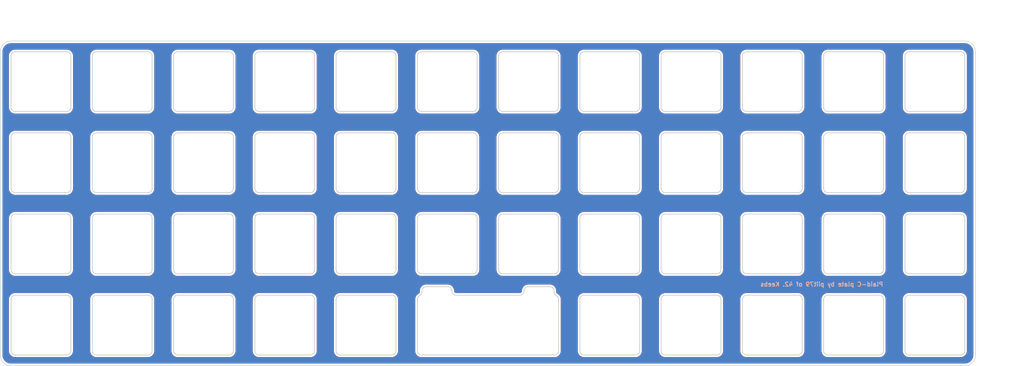
<source format=kicad_pcb>
(kicad_pcb (version 20211014) (generator pcbnew)
  (layers (0 "F.Cu" signal) (31 "B.Cu" signal) (34 "B.Paste" user) (35 "F.Paste" user) (36 "B.SilkS" user "B.Silkscreen") (37 "F.SilkS" user "F.Silkscreen") (38 "B.Mask" user) (39 "F.Mask" user) (44 "Edge.Cuts" user))
  (net 0 "")
  (gr_arc (start 36.625 132.76) (mid 34.857233 132.027767) (end 34.125 130.26) (layer "Edge.Cuts") (width 0.15))
  (gr_arc (start 34.125 59.26) (mid 34.857233 57.492233) (end 36.625 56.76) (layer "Edge.Cuts") (width 0.15))
  (gr_arc (start 259.625 56.76) (mid 261.392767 57.492233) (end 262.125 59.26) (layer "Edge.Cuts") (width 0.15))
  (gr_line (start 37.6246 59.251) (end 49.6246 59.251) (layer "Edge.Cuts") (width 0.2))
  (gr_line (start 74.6246 91.251) (end 74.6246 79.251) (layer "Edge.Cuts") (width 0.2))
  (gr_line (start 207.6246 72.251) (end 207.6246 60.251) (layer "Edge.Cuts") (width 0.2))
  (gr_arc (start 131.6246 98.251) (mid 131.917493 97.543893) (end 132.6246 97.251) (layer "Edge.Cuts") (width 0.2))
  (gr_arc (start 94.6246 130.251) (mid 93.917493 129.958107) (end 93.6246 129.251) (layer "Edge.Cuts") (width 0.2))
  (gr_arc (start 239.6246 97.251) (mid 240.3317 97.543896) (end 240.6246 98.251) (layer "Edge.Cuts") (width 0.2))
  (gr_arc (start 202.6246 129.251) (mid 202.331705 129.958105) (end 201.6246 130.251) (layer "Edge.Cuts") (width 0.2))
  (gr_arc (start 49.6246 116.251) (mid 50.3317 116.543896) (end 50.6246 117.251) (layer "Edge.Cuts") (width 0.2))
  (gr_arc (start 183.6246 129.251) (mid 183.331705 129.958105) (end 182.6246 130.251) (layer "Edge.Cuts") (width 0.2))
  (gr_line (start 87.6246 92.251) (end 75.6246 92.251) (layer "Edge.Cuts") (width 0.2))
  (gr_arc (start 170.6246 92.251) (mid 169.917493 91.958107) (end 169.6246 91.251) (layer "Edge.Cuts") (width 0.2))
  (gr_arc (start 182.6246 78.251) (mid 183.3317 78.543896) (end 183.6246 79.251) (layer "Edge.Cuts") (width 0.2))
  (gr_line (start 36.6246 72.251) (end 36.6246 60.251) (layer "Edge.Cuts") (width 0.2))
  (gr_arc (start 126.6246 72.251) (mid 126.331705 72.958105) (end 125.6246 73.251) (layer "Edge.Cuts") (width 0.2))
  (gr_arc (start 258.6246 59.251) (mid 259.3317 59.543896) (end 259.6246 60.251) (layer "Edge.Cuts") (width 0.2))
  (gr_line (start 239.6246 73.251) (end 227.6246 73.251) (layer "Edge.Cuts") (width 0.2))
  (gr_line (start 56.6246 78.251) (end 68.6246 78.251) (layer "Edge.Cuts") (width 0.2))
  (gr_arc (start 132.71166 115.480514) (mid 132.565056 116.001823) (end 132.16816 116.370237) (layer "Edge.Cuts") (width 0.2))
  (gr_arc (start 36.6246 98.251) (mid 36.917493 97.543893) (end 37.6246 97.251) (layer "Edge.Cuts") (width 0.2))
  (gr_arc (start 49.6246 59.251) (mid 50.3317 59.543896) (end 50.6246 60.251) (layer "Edge.Cuts") (width 0.2))
  (gr_line (start 36.6246 129.251) (end 36.6246 117.251) (layer "Edge.Cuts") (width 0.2))
  (gr_line (start 106.6246 92.251) (end 94.6246 92.251) (layer "Edge.Cuts") (width 0.2))
  (gr_line (start 107.6246 60.251) (end 107.6246 72.251) (layer "Edge.Cuts") (width 0.2))
  (gr_line (start 55.6246 91.251) (end 55.6246 79.251) (layer "Edge.Cuts") (width 0.2))
  (gr_arc (start 36.6246 117.251) (mid 36.917493 116.543893) (end 37.6246 116.251) (layer "Edge.Cuts") (width 0.2))
  (gr_arc (start 106.6246 59.251) (mid 107.3317 59.543896) (end 107.6246 60.251) (layer "Edge.Cuts") (width 0.2))
  (gr_line (start 188.6246 91.251) (end 188.6246 79.251) (layer "Edge.Cuts") (width 0.2))
  (gr_line (start 182.6246 111.251) (end 170.6246 111.251) (layer "Edge.Cuts") (width 0.2))
  (gr_line (start 164.67466 117.25996) (end 164.67466 129.25996) (layer "Edge.Cuts") (width 0.2))
  (gr_arc (start 132.62466 130.25996) (mid 131.917553 129.967067) (end 131.62466 129.25996) (layer "Edge.Cuts") (width 0.2))
  (gr_arc (start 227.6246 92.251) (mid 226.917493 91.958107) (end 226.6246 91.251) (layer "Edge.Cuts") (width 0.2))
  (gr_line (start 262.125 59.26) (end 262.125 130.26) (layer "Edge.Cuts") (width 0.15))
  (gr_arc (start 221.6246 91.251) (mid 221.331705 91.958105) (end 220.6246 92.251) (layer "Edge.Cuts") (width 0.2))
  (gr_line (start 189.6246 116.251) (end 201.6246 116.251) (layer "Edge.Cuts") (width 0.2))
  (gr_arc (start 208.6246 73.251) (mid 207.917493 72.958107) (end 207.6246 72.251) (layer "Edge.Cuts") (width 0.2))
  (gr_line (start 183.6246 79.251) (end 183.6246 91.251) (layer "Edge.Cuts") (width 0.2))
  (gr_arc (start 220.6246 78.251) (mid 221.3317 78.543896) (end 221.6246 79.251) (layer "Edge.Cuts") (width 0.2))
  (gr_line (start 157.58766 114.25996) (end 162.58766 114.25996) (layer "Edge.Cuts") (width 0.2))
  (gr_line (start 150.6246 91.251) (end 150.6246 79.251) (layer "Edge.Cuts") (width 0.2))
  (gr_arc (start 246.6246 130.251) (mid 245.917493 129.958107) (end 245.6246 129.251) (layer "Edge.Cuts") (width 0.2))
  (gr_arc (start 164.6246 110.251) (mid 164.331705 110.958105) (end 163.6246 111.251) (layer "Edge.Cuts") (width 0.2))
  (gr_arc (start 189.6246 73.251) (mid 188.917493 72.958107) (end 188.6246 72.251) (layer "Edge.Cuts") (width 0.2))
  (gr_arc (start 246.6246 111.251) (mid 245.917493 110.958107) (end 245.6246 110.251) (layer "Edge.Cuts") (width 0.2))
  (gr_line (start 202.6246 79.251) (end 202.6246 91.251) (layer "Edge.Cuts") (width 0.2))
  (gr_line (start 239.6246 92.251) (end 227.6246 92.251) (layer "Edge.Cuts") (width 0.2))
  (gr_arc (start 189.6246 130.251) (mid 188.917493 129.958107) (end 188.6246 129.251) (layer "Edge.Cuts") (width 0.2))
  (gr_arc (start 74.6246 98.251) (mid 74.917493 97.543893) (end 75.6246 97.251) (layer "Edge.Cuts") (width 0.2))
  (gr_arc (start 107.6246 110.251) (mid 107.331705 110.958105) (end 106.6246 111.251) (layer "Edge.Cuts") (width 0.2))
  (gr_line (start 145.6246 79.251) (end 145.6246 91.251) (layer "Edge.Cuts") (width 0.2))
  (gr_arc (start 240.6246 110.251) (mid 240.331705 110.958105) (end 239.6246 111.251) (layer "Edge.Cuts") (width 0.2))
  (gr_arc (start 94.6246 111.251) (mid 93.917493 110.958107) (end 93.6246 110.251) (layer "Edge.Cuts") (width 0.2))
  (gr_line (start 201.6246 73.251) (end 189.6246 73.251) (layer "Edge.Cuts") (width 0.2))
  (gr_line (start 144.6246 111.251) (end 132.6246 111.251) (layer "Edge.Cuts") (width 0.2))
  (gr_arc (start 126.6246 110.251) (mid 126.331705 110.958105) (end 125.6246 111.251) (layer "Edge.Cuts") (width 0.2))
  (gr_arc (start 50.6246 129.251) (mid 50.331705 129.958105) (end 49.6246 130.251) (layer "Edge.Cuts") (width 0.2))
  (gr_arc (start 74.6246 79.251) (mid 74.917493 78.543893) (end 75.6246 78.251) (layer "Edge.Cuts") (width 0.2))
  (gr_line (start 113.6246 59.251) (end 125.6246 59.251) (layer "Edge.Cuts") (width 0.2))
  (gr_line (start 87.6246 111.251) (end 75.6246 111.251) (layer "Edge.Cuts") (width 0.2))
  (gr_line (start 125.6246 73.251) (end 113.6246 73.251) (layer "Edge.Cuts") (width 0.2))
  (gr_line (start 170.6246 97.251) (end 182.6246 97.251) (layer "Edge.Cuts") (width 0.2))
  (gr_arc (start 113.6246 130.251) (mid 112.917493 129.958107) (end 112.6246 129.251) (layer "Edge.Cuts") (width 0.2))
  (gr_arc (start 183.6246 72.251) (mid 183.331705 72.958105) (end 182.6246 73.251) (layer "Edge.Cuts") (width 0.2))
  (gr_line (start 69.6246 98.251) (end 69.6246 110.251) (layer "Edge.Cuts") (width 0.2))
  (gr_arc (start 145.6246 110.251) (mid 145.331705 110.958105) (end 144.6246 111.251) (layer "Edge.Cuts") (width 0.2))
  (gr_arc (start 202.6246 72.251) (mid 202.331705 72.958105) (end 201.6246 73.251) (layer "Edge.Cuts") (width 0.2))
  (gr_arc (start 55.6246 60.251) (mid 55.917493 59.543893) (end 56.6246 59.251) (layer "Edge.Cuts") (width 0.2))
  (gr_line (start 183.6246 60.251) (end 183.6246 72.251) (layer "Edge.Cuts") (width 0.2))
  (gr_arc (start 258.6246 97.251) (mid 259.3317 97.543896) (end 259.6246 98.251) (layer "Edge.Cuts") (width 0.2))
  (gr_line (start 189.6246 97.251) (end 201.6246 97.251) (layer "Edge.Cuts") (width 0.2))
  (gr_line (start 240.6246 117.251) (end 240.6246 129.251) (layer "Edge.Cuts") (width 0.2))
  (gr_line (start 221.6246 60.251) (end 221.6246 72.251) (layer "Edge.Cuts") (width 0.2))
  (gr_line (start 126.6246 60.251) (end 126.6246 72.251) (layer "Edge.Cuts") (width 0.2))
  (gr_arc (start 169.6246 117.251) (mid 169.917493 116.543893) (end 170.6246 116.251) (layer "Edge.Cuts") (width 0.2))
  (gr_arc (start 245.6246 79.251) (mid 245.917493 78.543893) (end 246.6246 78.251) (layer "Edge.Cuts") (width 0.2))
  (gr_line (start 88.6246 60.251) (end 88.6246 72.251) (layer "Edge.Cuts") (width 0.2))
  (gr_line (start 201.6246 111.251) (end 189.6246 111.251) (layer "Edge.Cuts") (width 0.2))
  (gr_line (start 74.6246 72.251) (end 74.6246 60.251) (layer "Edge.Cuts") (width 0.2))
  (gr_arc (start 37.6246 92.251) (mid 36.917493 91.958107) (end 36.6246 91.251) (layer "Edge.Cuts") (width 0.2))
  (gr_line (start 88.6246 98.251) (end 88.6246 110.251) (layer "Edge.Cuts") (width 0.2))
  (gr_arc (start 240.6246 91.251) (mid 240.331705 91.958105) (end 239.6246 92.251) (layer "Edge.Cuts") (width 0.2))
  (gr_arc (start 170.6246 111.251) (mid 169.917493 110.958107) (end 169.6246 110.251) (layer "Edge.Cuts") (width 0.2))
  (gr_arc (start 164.13116 116.370237) (mid 163.734299 116.001801) (end 163.58766 115.480514) (layer "Edge.Cuts") (width 0.2))
  (gr_line (start 126.6246 117.251) (end 126.6246 129.251) (layer "Edge.Cuts") (width 0.2))
  (gr_arc (start 151.6246 92.251) (mid 150.917493 91.958107) (end 150.6246 91.251) (layer "Edge.Cuts") (width 0.2))
  (gr_arc (start 245.6246 117.251) (mid 245.917493 116.543893) (end 246.6246 116.251) (layer "Edge.Cuts") (width 0.2))
  (gr_line (start 226.6246 110.251) (end 226.6246 98.251) (layer "Edge.Cuts") (width 0.2))
  (gr_arc (start 75.6246 92.251) (mid 74.917493 91.958107) (end 74.6246 91.251) (layer "Edge.Cuts") (width 0.2))
  (gr_line (start 94.6246 78.251) (end 106.6246 78.251) (layer "Edge.Cuts") (width 0.2))
  (gr_line (start 93.6246 72.251) (end 93.6246 60.251) (layer "Edge.Cuts") (width 0.2))
  (gr_line (start 37.6246 116.251) (end 49.6246 116.251) (layer "Edge.Cuts") (width 0.2))
  (gr_arc (start 226.6246 60.251) (mid 226.917493 59.543893) (end 227.6246 59.251) (layer "Edge.Cuts") (width 0.2))
  (gr_arc (start 68.6246 116.251) (mid 69.3317 116.543896) (end 69.6246 117.251) (layer "Edge.Cuts") (width 0.2))
  (gr_arc (start 170.6246 130.251) (mid 169.917493 129.958107) (end 169.6246 129.251) (layer "Edge.Cuts") (width 0.2))
  (gr_line (start 132.6246 78.251) (end 144.6246 78.251) (layer "Edge.Cuts") (width 0.2))
  (gr_arc (start 93.6246 117.251) (mid 93.917493 116.543893) (end 94.6246 116.251) (layer "Edge.Cuts") (width 0.2))
  (gr_arc (start 68.6246 97.251) (mid 69.3317 97.543896) (end 69.6246 98.251) (layer "Edge.Cuts") (width 0.2))
  (gr_arc (start 87.6246 78.251) (mid 88.3317 78.543896) (end 88.6246 79.251) (layer "Edge.Cuts") (width 0.2))
  (gr_arc (start 221.6246 110.251) (mid 221.331705 110.958105) (end 220.6246 111.251) (layer "Edge.Cuts") (width 0.2))
  (gr_line (start 113.6246 78.251) (end 125.6246 78.251) (layer "Edge.Cuts") (width 0.2))
  (gr_line (start 170.6246 116.251) (end 182.6246 116.251) (layer "Edge.Cuts") (width 0.2))
  (gr_line (start 227.6246 116.251) (end 239.6246 116.251) (layer "Edge.Cuts") (width 0.2))
  (gr_line (start 88.6246 117.251) (end 88.6246 129.251) (layer "Edge.Cuts") (width 0.2))
  (gr_arc (start 75.6246 73.251) (mid 74.917493 72.958107) (end 74.6246 72.251) (layer "Edge.Cuts") (width 0.2))
  (gr_line (start 202.6246 60.251) (end 202.6246 72.251) (layer "Edge.Cuts") (width 0.2))
  (gr_arc (start 156.58766 115.25996) (mid 156.294767 115.967067) (end 155.58766 116.25996) (layer "Edge.Cuts") (width 0.2))
  (gr_line (start 93.6246 129.251) (end 93.6246 117.251) (layer "Edge.Cuts") (width 0.2))
  (gr_line (start 50.6246 98.251) (end 50.6246 110.251) (layer "Edge.Cuts") (width 0.2))
  (gr_arc (start 246.6246 92.251) (mid 245.917493 91.958107) (end 245.6246 91.251) (layer "Edge.Cuts") (width 0.2))
  (gr_line (start 220.6246 130.251) (end 208.6246 130.251) (layer "Edge.Cuts") (width 0.2))
  (gr_line (start 208.6246 59.251) (end 220.6246 59.251) (layer "Edge.Cuts") (width 0.2))
  (gr_arc (start 240.6246 129.251) (mid 240.331705 129.958105) (end 239.6246 130.251) (layer "Edge.Cuts") (width 0.2))
  (gr_line (start 240.6246 79.251) (end 240.6246 91.251) (layer "Edge.Cuts") (width 0.2))
  (gr_arc (start 144.6246 59.251) (mid 145.3317 59.543896) (end 145.6246 60.251) (layer "Edge.Cuts") (width 0.2))
  (gr_arc (start 169.6246 60.251) (mid 169.917493 59.543893) (end 170.6246 59.251) (layer "Edge.Cuts") (width 0.2))
  (gr_arc (start 164.6246 72.251) (mid 164.331705 72.958105) (end 163.6246 73.251) (layer "Edge.Cuts") (width 0.2))
  (gr_line (start 140.71166 116.25996) (end 155.58766 116.25996) (layer "Edge.Cuts") (width 0.2))
  (gr_arc (start 259.6246 110.251) (mid 259.331705 110.958105) (end 258.6246 111.251) (layer "Edge.Cuts") (width 0.2))
  (gr_arc (start 221.6246 72.251) (mid 221.331705 72.958105) (end 220.6246 73.251) (layer "Edge.Cuts") (width 0.2))
  (gr_arc (start 37.6246 111.251) (mid 36.917493 110.958107) (end 36.6246 110.251) (layer "Edge.Cuts") (width 0.2))
  (gr_line (start 112.6246 91.251) (end 112.6246 79.251) (layer "Edge.Cuts") (width 0.2))
  (gr_arc (start 94.6246 92.251) (mid 93.917493 91.958107) (end 93.6246 91.251) (layer "Edge.Cuts") (width 0.2))
  (gr_line (start 239.6246 130.251) (end 227.6246 130.251) (layer "Edge.Cuts") (width 0.2))
  (gr_line (start 50.6246 79.251) (end 50.6246 91.251) (layer "Edge.Cuts") (width 0.2))
  (gr_line (start 69.6246 117.251) (end 69.6246 129.251) (layer "Edge.Cuts") (width 0.2))
  (gr_arc (start 49.6246 97.251) (mid 50.3317 97.543896) (end 50.6246 98.251) (layer "Edge.Cuts") (width 0.2))
  (gr_arc (start 125.6246 116.251) (mid 126.3317 116.543896) (end 126.6246 117.251) (layer "Edge.Cuts") (width 0.2))
  (gr_line (start 75.6246 59.251) (end 87.6246 59.251) (layer "Edge.Cuts") (width 0.2))
  (gr_line (start 183.6246 98.251) (end 183.6246 110.251) (layer "Edge.Cuts") (width 0.2))
  (gr_line (start 258.6246 130.251) (end 246.6246 130.251) (layer "Edge.Cuts") (width 0.2))
  (gr_arc (start 74.6246 60.251) (mid 74.917493 59.543893) (end 75.6246 59.251) (layer "Edge.Cuts") (width 0.2))
  (gr_line (start 227.6246 59.251) (end 239.6246 59.251) (layer "Edge.Cuts") (width 0.2))
  (gr_arc (start 56.6246 130.251) (mid 55.917493 129.958107) (end 55.6246 129.251) (layer "Edge.Cuts") (width 0.2))
  (gr_arc (start 201.6246 59.251) (mid 202.3317 59.543896) (end 202.6246 60.251) (layer "Edge.Cuts") (width 0.2))
  (gr_line (start 182.6246 92.251) (end 170.6246 92.251) (layer "Edge.Cuts") (width 0.2))
  (gr_line (start 259.6246 79.251) (end 259.6246 91.251) (layer "Edge.Cuts") (width 0.2))
  (gr_line (start 112.6246 72.251) (end 112.6246 60.251) (layer "Edge.Cuts") (width 0.2))
  (gr_line (start 69.6246 60.251) (end 69.6246 72.251) (layer "Edge.Cuts") (width 0.2))
  (gr_arc (start 69.6246 110.251) (mid 69.331705 110.958105) (end 68.6246 111.251) (layer "Edge.Cuts") (width 0.2))
  (gr_arc (start 151.6246 73.251) (mid 150.917493 72.958107) (end 150.6246 72.251) (layer "Edge.Cuts") (width 0.2))
  (gr_arc (start 126.6246 91.251) (mid 126.331705 91.958105) (end 125.6246 92.251) (layer "Edge.Cuts") (width 0.2))
  (gr_arc (start 183.6246 91.251) (mid 183.331705 91.958105) (end 182.6246 92.251) (layer "Edge.Cuts") (width 0.2))
  (gr_arc (start 246.6246 73.251) (mid 245.917493 72.958107) (end 245.6246 72.251) (layer "Edge.Cuts") (width 0.2))
  (gr_arc (start 170.6246 73.251) (mid 169.917493 72.958107) (end 169.6246 72.251) (layer "Edge.Cuts") (width 0.2))
  (gr_arc (start 163.6246 97.251) (mid 164.3317 97.543896) (end 164.6246 98.251) (layer "Edge.Cuts") (width 0.2))
  (gr_line (start 145.6246 60.251) (end 145.6246 72.251) (layer "Edge.Cuts") (width 0.2))
  (gr_arc (start 138.71166 114.25996) (mid 139.418767 114.552853) (end 139.71166 115.25996) (layer "Edge.Cuts") (width 0.2))
  (gr_line (start 74.6246 129.251) (end 74.6246 117.251) (layer "Edge.Cuts") (width 0.2))
  (gr_line (start 182.6246 73.251) (end 170.6246 73.251) (layer "Edge.Cuts") (width 0.2))
  (gr_arc (start 150.6246 79.251) (mid 150.917493 78.543893) (end 151.6246 78.251) (layer "Edge.Cuts") (width 0.2))
  (gr_arc (start 144.6246 97.251) (mid 145.3317 97.543896) (end 145.6246 98.251) (layer "Edge.Cuts") (width 0.2))
  (gr_line (start 125.6246 111.251) (end 113.6246 111.251) (layer "Edge.Cuts") (width 0.2))
  (gr_line (start 68.6246 111.251) (end 56.6246 111.251) (layer "Edge.Cuts") (width 0.2))
  (gr_arc (start 88.6246 91.251) (mid 88.331705 91.958105) (end 87.6246 92.251) (layer "Edge.Cuts") (width 0.2))
  (gr_arc (start 258.6246 78.251) (mid 259.3317 78.543896) (end 259.6246 79.251) (layer "Edge.Cuts") (width 0.2))
  (gr_line (start 132.711659 115.480514) (end 132.711659 115.25996) (layer "Edge.Cuts") (width 0.2))
  (gr_line (start 220.6246 111.251) (end 208.6246 111.251) (layer "Edge.Cuts") (width 0.2))
  (gr_line (start 240.6246 60.251) (end 240.6246 72.251) (layer "Edge.Cuts") (width 0.2))
  (gr_arc (start 163.6246 59.251) (mid 164.3317 59.543896) (end 164.6246 60.251) (layer "Edge.Cuts") (width 0.2))
  (gr_line (start 163.587661 115.25996) (end 163.587661 115.480514) (layer "Edge.Cuts") (width 0.2))
  (gr_arc (start 87.6246 116.251) (mid 88.3317 116.543896) (end 88.6246 117.251) (layer "Edge.Cuts") (width 0.2))
  (gr_line (start 107.6246 79.251) (end 107.6246 91.251) (layer "Edge.Cuts") (width 0.2))
  (gr_line (start 227.6246 97.251) (end 239.6246 97.251) (layer "Edge.Cuts") (width 0.2))
  (gr_arc (start 226.6246 79.251) (mid 226.917493 78.543893) (end 227.6246 78.251) (layer "Edge.Cuts") (width 0.2))
  (gr_line (start 74.6246 110.251) (end 74.6246 98.251) (layer "Edge.Cuts") (width 0.2))
  (gr_line (start 208.6246 97.251) (end 220.6246 97.251) (layer "Edge.Cuts") (width 0.2))
  (gr_line (start 55.6246 129.251) (end 55.6246 117.251) (layer "Edge.Cuts") (width 0.2))
  (gr_arc (start 112.6246 98.251) (mid 112.917493 97.543893) (end 113.6246 97.251) (layer "Edge.Cuts") (width 0.2))
  (gr_line (start 106.6246 111.251) (end 94.6246 111.251) (layer "Edge.Cuts") (width 0.2))
  (gr_arc (start 239.6246 59.251) (mid 240.3317 59.543896) (end 240.6246 60.251) (layer "Edge.Cuts") (width 0.2))
  (gr_line (start 49.6246 92.251) (end 37.6246 92.251) (layer "Edge.Cuts") (width 0.2))
  (gr_line (start 188.6246 129.251) (end 188.6246 117.251) (layer "Edge.Cuts") (width 0.2))
  (gr_line (start 150.6246 72.251) (end 150.6246 60.251) (layer "Edge.Cuts") (width 0.2))
  (gr_arc (start 226.6246 98.251) (mid 226.917493 97.543893) (end 227.6246 97.251) (layer "Edge.Cuts") (width 0.2))
  (gr_arc (start 93.6246 98.251) (mid 93.917493 97.543893) (end 94.6246 97.251) (layer "Edge.Cuts") (width 0.2))
  (gr_arc (start 207.6246 79.251) (mid 207.917493 78.543893) (end 208.6246 78.251) (layer "Edge.Cuts") (width 0.2))
  (gr_line (start 113.6246 97.251) (end 125.6246 97.251) (layer "Edge.Cuts") (width 0.2))
  (gr_line (start 126.6246 98.251) (end 126.6246 110.251) (layer "Edge.Cuts") (width 0.2))
  (gr_line (start 164.6246 98.251) (end 164.6246 110.251) (layer "Edge.Cuts") (width 0.2))
  (gr_arc (start 106.6246 97.251) (mid 107.3317 97.543896) (end 107.6246 98.251) (layer "Edge.Cuts") (width 0.2))
  (gr_arc (start 88.6246 110.251) (mid 88.331705 110.958105) (end 87.6246 111.251) (layer "Edge.Cuts") (width 0.2))
  (gr_line (start 245.6246 110.251) (end 245.6246 98.251) (layer "Edge.Cuts") (width 0.2))
  (gr_arc (start 56.6246 73.251) (mid 55.917493 72.958107) (end 55.6246 72.251) (layer "Edge.Cuts") (width 0.2))
  (gr_arc (start 132.6246 111.251) (mid 131.917493 110.958107) (end 131.6246 110.251) (layer "Edge.Cuts") (width 0.2))
  (gr_line (start 133.71166 114.25996) (end 138.71166 114.25996) (layer "Edge.Cuts") (width 0.2))
  (gr_arc (start 245.6246 98.251) (mid 245.917493 97.543893) (end 246.6246 97.251) (layer "Edge.Cuts") (width 0.2))
  (gr_line (start 37.6246 78.251) (end 49.6246 78.251) (layer "Edge.Cuts") (width 0.2))
  (gr_line (start 75.6246 116.251) (end 87.6246 116.251) (layer "Edge.Cuts") (width 0.2))
  (gr_arc (start 125.6246 97.251) (mid 126.3317 97.543896) (end 126.6246 98.251) (layer "Edge.Cuts") (width 0.2))
  (gr_line (start 87.6246 130.251) (end 75.6246 130.251) (layer "Edge.Cuts") (width 0.2))
  (gr_line (start 170.6246 59.251) (end 182.6246 59.251) (layer "Edge.Cuts") (width 0.2))
  (gr_line (start 189.6246 59.251) (end 201.6246 59.251) (layer "Edge.Cuts") (width 0.2))
  (gr_line (start 94.6246 59.251) (end 106.6246 59.251) (layer "Edge.Cuts") (width 0.2))
  (gr_arc (start 112.6246 79.251) (mid 112.917493 78.543893) (end 113.6246 78.251) (layer "Edge.Cuts") (width 0.2))
  (gr_line (start 131.6246 72.251) (end 131.6246 60.251) (layer "Edge.Cuts") (width 0.2))
  (gr_arc (start 113.6246 111.251) (mid 112.917493 110.958107) (end 112.6246 110.251) (layer "Edge.Cuts") (width 0.2))
  (gr_line (start 170.6246 78.251) (end 182.6246 78.251) (layer "Edge.Cuts") (width 0.2))
  (gr_line (start 220.6246 92.251) (end 208.6246 92.251) (layer "Edge.Cuts") (width 0.2))
  (gr_line (start 94.6246 97.251) (end 106.6246 97.251) (layer "Edge.Cuts") (width 0.2))
  (gr_arc (start 75.6246 130.251) (mid 74.917493 129.958107) (end 74.6246 129.251) (layer "Edge.Cuts") (width 0.2))
  (gr_arc (start 131.6246 60.251) (mid 131.917493 59.543893) (end 132.6246 59.251) (layer "Edge.Cuts") (width 0.2))
  (gr_arc (start 131.62466 117.25996) (mid 131.771284 116.738664) (end 132.16816 116.370237) (layer "Edge.Cuts") (width 0.2))
  (gr_arc (start 87.6246 97.251) (mid 88.3317 97.543896) (end 88.6246 98.251) (layer "Edge.Cuts") (width 0.2))
  (gr_line (start 202.6246 98.251) (end 202.6246 110.251) (layer "Edge.Cuts") (width 0.2))
  (gr_arc (start 221.6246 129.251) (mid 221.331705 129.958105) (end 220.6246 130.251) (layer "Edge.Cuts") (width 0.2))
  (gr_arc (start 183.6246 110.251) (mid 183.331705 110.958105) (end 182.6246 111.251) (layer "Edge.Cuts") (width 0.2))
  (gr_arc (start 106.6246 116.251) (mid 107.3317 116.543896) (end 107.6246 117.251) (layer "Edge.Cuts") (width 0.2))
  (gr_line (start 125.6246 92.251) (end 113.6246 92.251) (layer "Edge.Cuts") (width 0.2))
  (gr_arc (start 106.6246 78.251) (mid 107.3317 78.543896) (end 107.6246 79.251) (layer "Edge.Cuts") (width 0.2))
  (gr_line (start 226.6246 129.251) (end 226.6246 117.251) (layer "Edge.Cuts") (width 0.2))
  (gr_arc (start 112.6246 117.251) (mid 112.917493 116.543893) (end 113.6246 116.251) (layer "Edge.Cuts") (width 0.2))
  (gr_arc (start 151.6246 111.251) (mid 150.917493 110.958107) (end 150.6246 110.251) (layer "Edge.Cuts") (width 0.2))
  (gr_arc (start 208.6246 111.251) (mid 207.917493 110.958107) (end 207.6246 110.251) (layer "Edge.Cuts") (width 0.2))
  (gr_arc (start 207.6246 117.251) (mid 207.917493 116.543893) (end 208.6246 116.251) (layer "Edge.Cuts") (width 0.2))
  (gr_arc (start 226.6246 117.251) (mid 226.917493 116.543893) (end 227.6246 116.251) (layer "Edge.Cuts") (width 0.2))
  (gr_arc (start 144.6246 78.251) (mid 145.3317 78.543896) (end 145.6246 79.251) (layer "Edge.Cuts") (width 0.2))
  (gr_arc (start 182.6246 116.251) (mid 183.3317 116.543896) (end 183.6246 117.251) (layer "Edge.Cuts") (width 0.2))
  (gr_line (start 68.6246 73.251) (end 56.6246 73.251) (layer "Edge.Cuts") (width 0.2))
  (gr_arc (start 208.6246 130.251) (mid 207.917493 129.958107) (end 207.6246 129.251) (layer "Edge.Cuts") (width 0.2))
  (gr_line (start 226.6246 72.251) (end 226.6246 60.251) (layer "Edge.Cuts") (width 0.2))
  (gr_line (start 227.6246 78.251) (end 239.6246 78.251) (layer "Edge.Cuts") (width 0.2))
  (gr_arc (start 88.6246 129.251) (mid 88.331705 129.958105) (end 87.6246 130.251) (layer "Edge.Cuts") (width 0.2))
  (gr_arc (start 182.6246 59.251) (mid 183.3317 59.543896) (end 183.6246 60.251) (layer "Edge.Cuts") (width 0.2))
  (gr_line (start 221.6246 117.251) (end 221.6246 129.251) (layer "Edge.Cuts") (width 0.2))
  (gr_line (start 106.6246 130.251) (end 94.6246 130.251) (layer "Edge.Cuts") (width 0.2))
  (gr_line (start 246.6246 78.251) (end 258.6246 78.251) (layer "Edge.Cuts") (width 0.2))
  (gr_line (start 34.125 130.26) (end 34.125 59.26) (layer "Edge.Cuts") (width 0.15))
  (gr_line (start 56.6246 59.251) (end 68.6246 59.251) (layer "Edge.Cuts") (width 0.2))
  (gr_line (start 68.6246 92.251) (end 56.6246 92.251) (layer "Edge.Cuts") (width 0.2))
  (gr_arc (start 220.6246 59.251) (mid 221.3317 59.543896) (end 221.6246 60.251) (layer "Edge.Cuts") (width 0.2))
  (gr_line (start 163.6246 92.251) (end 151.6246 92.251) (layer "Edge.Cuts") (width 0.2))
  (gr_line (start 75.6246 97.251) (end 87.6246 97.251) (layer "Edge.Cuts") (width 0.2))
  (gr_line (start 132.6246 97.251) (end 144.6246 97.251) (layer "Edge.Cuts") (width 0.2))
  (gr_line (start 144.6246 73.251) (end 132.6246 73.251) (layer "Edge.Cuts") (width 0.2))
  (gr_line (start 188.6246 110.251) (end 188.6246 98.251) (layer "Edge.Cuts") (width 0.2))
  (gr_arc (start 55.6246 98.251) (mid 55.917493 97.543893) (end 56.6246 97.251) (layer "Edge.Cuts") (width 0.2))
  (gr_arc (start 188.6246 117.251) (mid 188.917493 116.543893) (end 189.6246 116.251) (layer "Edge.Cuts") (width 0.2))
  (gr_arc (start 94.6246 73.251) (mid 93.917493 72.958107) (end 93.6246 72.251) (layer "Edge.Cuts") (width 0.2))
  (gr_line (start 246.6246 97.251) (end 258.6246 97.251) (layer "Edge.Cuts") (width 0.2))
  (gr_arc (start 227.6246 111.251) (mid 226.917493 110.958107) (end 226.6246 110.251) (layer "Edge.Cuts") (width 0.2))
  (gr_arc (start 169.6246 79.251) (mid 169.917493 78.543893) (end 170.6246 78.251) (layer "Edge.Cuts") (width 0.2))
  (gr_line (start 37.6246 97.251) (end 49.6246 97.251) (layer "Edge.Cuts") (width 0.2))
  (gr_line (start 50.6246 117.251) (end 50.6246 129.251) (layer "Edge.Cuts") (width 0.2))
  (gr_line (start 75.6246 78.251) (end 87.6246 78.251) (layer "Edge.Cuts") (width 0.2))
  (gr_arc (start 74.6246 117.251) (mid 74.917493 116.543893) (end 75.6246 116.251) (layer "Edge.Cuts") (width 0.2))
  (gr_line (start 131.6246 91.251) (end 131.6246 79.251) (layer "Edge.Cuts") (width 0.2))
  (gr_arc (start 258.6246 116.251) (mid 259.3317 116.543896) (end 259.6246 117.251) (layer "Edge.Cuts") (width 0.2))
  (gr_line (start 207.6246 91.251) (end 207.6246 79.251) (layer "Edge.Cuts") (width 0.2))
  (gr_line (start 94.6246 116.251) (end 106.6246 116.251) (layer "Edge.Cuts") (width 0.2))
  (gr_arc (start 56.6246 92.251) (mid 55.917493 91.958107) (end 55.6246 91.251) (layer "Edge.Cuts") (width 0.2))
  (gr_arc (start 112.6246 60.251) (mid 112.917493 59.543893) (end 113.6246 59.251) (layer "Edge.Cuts") (width 0.2))
  (gr_line (start 246.6246 59.251) (end 258.6246 59.251) (layer "Edge.Cuts") (width 0.2))
  (gr_arc (start 188.6246 98.251) (mid 188.917493 97.543893) (end 189.6246 97.251) (layer "Edge.Cuts") (width 0.2))
  (gr_arc (start 207.6246 98.251) (mid 207.917493 97.543893) (end 208.6246 97.251) (layer "Edge.Cuts") (width 0.2))
  (gr_line (start 259.625 132.76) (end 36.625 132.76) (layer "Edge.Cuts") (width 0.15))
  (gr_line (start 220.6246 73.251) (end 208.6246 73.251) (layer "Edge.Cuts") (width 0.2))
  (gr_line (start 169.6246 91.251) (end 169.6246 79.251) (layer "Edge.Cuts") (width 0.2))
  (gr_line (start 126.6246 79.251) (end 126.6246 91.251) (layer "Edge.Cuts") (width 0.2))
  (gr_line (start 49.6246 73.251) (end 37.6246 73.251) (layer "Edge.Cuts") (width 0.2))
  (gr_arc (start 50.6246 91.251) (mid 50.331705 91.958105) (end 49.6246 92.251) (layer "Edge.Cuts") (width 0.2))
  (gr_arc (start 125.6246 59.251) (mid 126.3317 59.543896) (end 126.6246 60.251) (layer "Edge.Cuts") (width 0.2))
  (gr_arc (start 164.67466 129.25996) (mid 164.381767 129.967067) (end 163.67466 130.25996) (layer "Edge.Cuts") (width 0.2))
  (gr_arc (start 201.6246 116.251) (mid 202.3317 116.543896) (end 202.6246 117.251) (layer "Edge.Cuts") (width 0.2))
  (gr_line (start 258.6246 92.251) (end 246.6246 92.251) (layer "Edge.Cuts") (width 0.2))
  (gr_line (start 151.6246 97.251) (end 163.6246 97.251) (layer "Edge.Cuts") (width 0.2))
  (gr_line (start 93.6246 91.251) (end 93.6246 79.251) (layer "Edge.Cuts") (width 0.2))
  (gr_arc (start 68.6246 59.251) (mid 69.3317 59.543896) (end 69.6246 60.251) (layer "Edge.Cuts") (width 0.2))
  (gr_line (start 201.6246 130.251) (end 189.6246 130.251) (layer "Edge.Cuts") (width 0.2))
  (gr_line (start 69.6246 79.251) (end 69.6246 91.251) (layer "Edge.Cuts") (width 0.2))
  (gr_line (start 163.6246 73.251) (end 151.6246 73.251) (layer "Edge.Cuts") (width 0.2))
  (gr_arc (start 93.6246 60.251) (mid 93.917493 59.543893) (end 94.6246 59.251) (layer "Edge.Cuts") (width 0.2))
  (gr_line (start 164.6246 79.251) (end 164.6246 91.251) (layer "Edge.Cuts") (width 0.2))
  (gr_line (start 131.6246 110.251) (end 131.6246 98.251) (layer "Edge.Cuts") (width 0.2))
  (gr_line (start 107.6246 98.251) (end 107.6246 110.251) (layer "Edge.Cuts") (width 0.2))
  (gr_arc (start 107.6246 72.251) (mid 107.331705 72.958105) (end 106.6246 73.251) (layer "Edge.Cuts") (width 0.2))
  (gr_arc (start 202.6246 91.251) (mid 202.331705 91.958105) (end 201.6246 92.251) (layer "Edge.Cuts") (width 0.2))
  (gr_arc (start 50.6246 110.251) (mid 50.331705 110.958105) (end 49.6246 111.251) (layer "Edge.Cuts") (width 0.2))
  (gr_arc (start 126.6246 129.251) (mid 126.331705 129.958105) (end 125.6246 130.251) (layer "Edge.Cuts") (width 0.2))
  (gr_line (start 88.6246 79.251) (end 88.6246 91.251) (layer "Edge.Cuts") (width 0.2))
  (gr_arc (start 189.6246 111.251) (mid 188.917493 110.958107) (end 188.6246 110.251) (layer "Edge.Cuts") (width 0.2))
  (gr_line (start 112.6246 129.251) (end 112.6246 117.251) (layer "Edge.Cuts") (width 0.2))
  (gr_arc (start 37.6246 73.251) (mid 36.917493 72.958107) (end 36.6246 72.251) (layer "Edge.Cuts") (width 0.2))
  (gr_arc (start 227.6246 73.251) (mid 226.917493 72.958107) (end 226.6246 72.251) (layer "Edge.Cuts") (width 0.2))
  (gr_arc (start 107.6246 129.251) (mid 107.331705 129.958105) (end 106.6246 130.251) (layer "Edge.Cuts") (width 0.2))
  (gr_line (start 201.6246 92.251) (end 189.6246 92.251) (layer "Edge.Cuts") (width 0.2))
  (gr_arc (start 220.6246 97.251) (mid 221.3317 97.543896) (end 221.6246 98.251) (layer "Edge.Cuts") (width 0.2))
  (gr_arc (start 49.6246 78.251) (mid 50.3317 78.543896) (end 50.6246 79.251) (layer "Edge.Cuts") (width 0.2))
  (gr_line (start 245.6246 72.251) (end 245.6246 60.251) (layer "Edge.Cuts") (width 0.2))
  (gr_line (start 258.6246 73.251) (end 246.6246 73.251) (layer "Edge.Cuts") (width 0.2))
  (gr_arc (start 150.6246 60.251) (mid 150.917493 59.543893) (end 151.6246 59.251) (layer "Edge.Cuts") (width 0.2))
  (gr_line (start 246.6246 116.251) (end 258.6246 116.251) (layer "Edge.Cuts") (width 0.2))
  (gr_line (start 240.6246 98.251) (end 240.6246 110.251) (layer "Edge.Cuts") (width 0.2))
  (gr_line (start 189.6246 78.251) (end 201.6246 78.251) (layer "Edge.Cuts") (width 0.2))
  (gr_arc (start 93.6246 79.251) (mid 93.917493 78.543893) (end 94.6246 78.251) (layer "Edge.Cuts") (width 0.2))
  (gr_arc (start 55.6246 117.251) (mid 55.917493 116.543893) (end 56.6246 116.251) (layer "Edge.Cuts") (width 0.2))
  (gr_line (start 49.6246 111.251) (end 37.6246 111.251) (layer "Edge.Cuts") (width 0.2))
  (gr_line (start 208.6246 78.251) (end 220.6246 78.251) (layer "Edge.Cuts") (width 0.2))
  (gr_arc (start 75.6246 111.251) (mid 74.917493 110.958107) (end 74.6246 110.251) (layer "Edge.Cuts") (width 0.2))
  (gr_line (start 169.6246 110.251) (end 169.6246 98.251) (layer "Edge.Cuts") (width 0.2))
  (gr_arc (start 164.13116 116.370237) (mid 164.528035 116.738664) (end 164.67466 117.25996) (layer "Edge.Cuts") (width 0.2))
  (gr_arc (start 227.6246 130.251) (mid 226.917493 129.958107) (end 226.6246 129.251) (layer "Edge.Cuts") (width 0.2))
  (gr_arc (start 259.6246 91.251) (mid 259.331705 91.958105) (end 258.6246 92.251) (layer "Edge.Cuts") (width 0.2))
  (gr_arc (start 107.6246 91.251) (mid 107.331705 91.958105) (end 106.6246 92.251) (layer "Edge.Cuts") (width 0.2))
  (gr_arc (start 69.6246 129.251) (mid 69.331705 129.958105) (end 68.6246 130.251) (layer "Edge.Cuts") (width 0.2))
  (gr_line (start 36.6246 110.251) (end 36.6246 98.251) (layer "Edge.Cuts") (width 0.2))
  (gr_line (start 245.6246 129.251) (end 245.6246 117.251) (layer "Edge.Cuts") (width 0.2))
  (gr_line (start 188.6246 72.251) (end 188.6246 60.251) (layer "Edge.Cuts") (width 0.2))
  (gr_arc (start 125.6246 78.251) (mid 126.3317 78.543896) (end 126.6246 79.251) (layer "Edge.Cuts") (width 0.2))
  (gr_arc (start 259.6246 129.251) (mid 259.331705 129.958105) (end 258.6246 130.251) (layer "Edge.Cuts") (width 0.2))
  (gr_line (start 202.6246 117.251) (end 202.6246 129.251) (layer "Edge.Cuts") (width 0.2))
  (gr_arc (start 189.6246 92.251) (mid 188.917493 91.958107) (end 188.6246 91.251) (layer "Edge.Cuts") (width 0.2))
  (gr_line (start 221.6246 98.251) (end 221.6246 110.251) (layer "Edge.Cuts") (width 0.2))
  (gr_arc (start 145.6246 72.251) (mid 145.331705 72.958105) (end 144.6246 73.251) (layer "Edge.Cuts") (width 0.2))
  (gr_line (start 144.6246 92.251) (end 132.6246 92.251) (layer "Edge.Cuts") (width 0.2))
  (gr_arc (start 132.6246 73.251) (mid 131.917493 72.958107) (end 131.6246 72.251) (layer "Edge.Cuts") (width 0.2))
  (gr_arc (start 240.6246 72.251) (mid 240.331705 72.958105) (end 239.6246 73.251) (layer "Edge.Cuts") (width 0.2))
  (gr_arc (start 145.6246 91.251) (mid 145.331705 91.958105) (end 144.6246 92.251) (layer "Edge.Cuts") (width 0.2))
  (gr_line (start 113.6246 116.251) (end 125.6246 116.251) (layer "Edge.Cuts") (width 0.2))
  (gr_line (start 259.6246 117.251) (end 259.6246 129.251) (layer "Edge.Cuts") (width 0.2))
  (gr_arc (start 156.58766 115.25996) (mid 156.880553 114.552853) (end 157.58766 114.25996) (layer "Edge.Cuts") (width 0.2))
  (gr_line (start 150.6246 110.251) (end 150.6246 98.251) (layer "Edge.Cuts") (width 0.2))
  (gr_arc (start 220.6246 116.251) (mid 221.3317 116.543896) (end 221.6246 117.251) (layer "Edge.Cuts") (width 0.2))
  (gr_line (start 93.6246 110.251) (end 93.6246 98.251) (layer "Edge.Cuts") (width 0.2))
  (gr_line (start 106.6246 73.251) (end 94.6246 73.251) (layer "Edge.Cuts") (width 0.2))
  (gr_line (start 208.6246 116.251) (end 220.6246 116.251) (layer "Edge.Cuts") (width 0.2))
  (gr_line (start 258.6246 111.251) (end 246.6246 111.251) (layer "Edge.Cuts") (width 0.2))
  (gr_arc (start 169.6246 98.251) (mid 169.917493 97.543893) (end 170.6246 97.251) (layer "Edge.Cuts") (width 0.2))
  (gr_arc (start 259.6246 72.251) (mid 259.331705 72.958105) (end 258.6246 73.251) (layer "Edge.Cuts") (width 0.2))
  (gr_arc (start 150.6246 98.251) (mid 150.917493 97.543893) (end 151.6246 97.251) (layer "Edge.Cuts") (width 0.2))
  (gr_line (start 169.6246 72.251) (end 169.6246 60.251) (layer "Edge.Cuts") (width 0.2))
  (gr_arc (start 131.6246 79.251) (mid 131.917493 78.543893) (end 132.6246 78.251) (layer "Edge.Cuts") (width 0.2))
  (gr_line (start 55.6246 72.251) (end 55.6246 60.251) (layer "Edge.Cuts") (width 0.2))
  (gr_line (start 55.6246 110.251) (end 55.6246 98.251) (layer "Edge.Cuts") (width 0.2))
  (gr_arc (start 182.6246 97.251) (mid 183.3317 97.543896) (end 183.6246 98.251) (layer "Edge.Cuts") (width 0.2))
  (gr_arc (start 163.6246 78.251) (mid 164.3317 78.543896) (end 164.6246 79.251) (layer "Edge.Cuts") (width 0.2))
  (gr_arc (start 201.6246 78.251) (mid 202.3317 78.543896) (end 202.6246 79.251) (layer "Edge.Cuts") (width 0.2))
  (gr_line (start 151.6246 59.251) (end 163.6246 59.251) (layer "Edge.Cuts") (width 0.2))
  (gr_line (start 183.6246 117.251) (end 183.6246 129.251) (layer "Edge.Cuts") (width 0.2))
  (gr_arc (start 56.6246 111.251) (mid 55.917493 110.958107) (end 55.6246 110.251) (layer "Edge.Cuts") (width 0.2))
  (gr_arc (start 113.6246 92.251) (mid 112.917493 91.958107) (end 112.6246 91.251) (layer "Edge.Cuts") (width 0.2))
  (gr_arc (start 55.6246 79.251) (mid 55.917493 78.543893) (end 56.6246 78.251) (layer "Edge.Cuts") (width 0.2))
  (gr_line (start 87.6246 73.251) (end 75.6246 73.251) (layer "Edge.Cuts") (width 0.2))
  (gr_arc (start 87.6246 59.251) (mid 88.3317 59.543896) (end 88.6246 60.251) (layer "Edge.Cuts") (width 0.2))
  (gr_arc (start 37.6246 130.251) (mid 36.917493 129.958107) (end 36.6246 129.251) (layer "Edge.Cuts") (width 0.2))
  (gr_line (start 145.6246 98.251) (end 145.6246 110.251) (layer "Edge.Cuts") (width 0.2))
  (gr_line (start 107.6246 117.251) (end 107.6246 129.251) (layer "Edge.Cuts") (width 0.2))
  (gr_line (start 259.6246 98.251) (end 259.6246 110.251) (layer "Edge.Cuts") (width 0.2))
  (gr_arc (start 36.6246 79.251) (mid 36.917493 78.543893) (end 37.6246 78.251) (layer "Edge.Cuts") (width 0.2))
  (gr_line (start 245.6246 91.251) (end 245.6246 79.251) (layer "Edge.Cuts") (width 0.2))
  (gr_line (start 226.6246 91.251) (end 226.6246 79.251) (layer "Edge.Cuts") (width 0.2))
  (gr_line (start 259.625 56.76) (end 36.625 56.76) (layer "Edge.Cuts") (width 0.15))
  (gr_arc (start 208.6246 92.251) (mid 207.917493 91.958107) (end 207.6246 91.251) (layer "Edge.Cuts") (width 0.2))
  (gr_line (start 164.6246 60.251) (end 164.6246 72.251) (layer "Edge.Cuts") (width 0.2))
  (gr_line (start 259.6246 60.251) (end 259.6246 72.251) (layer "Edge.Cuts") (width 0.2))
  (gr_arc (start 88.6246 72.251) (mid 88.331705 72.958105) (end 87.6246 73.251) (layer "Edge.Cuts") (width 0.2))
  (gr_arc (start 201.6246 97.251) (mid 202.3317 97.543896) (end 202.6246 98.251) (layer "Edge.Cuts") (width 0.2))
  (gr_line (start 221.6246 79.251) (end 221.6246 91.251) (layer "Edge.Cuts") (width 0.2))
  (gr_arc (start 188.6246 60.251) (mid 188.917493 59.543893) (end 189.6246 59.251) (layer "Edge.Cuts") (width 0.2))
  (gr_arc (start 239.6246 116.251) (mid 240.3317 116.543896) (end 240.6246 117.251) (layer "Edge.Cuts") (width 0.2))
  (gr_line (start 50.6246 60.251) (end 50.6246 72.251) (layer "Edge.Cuts") (width 0.2))
  (gr_line (start 163.6246 111.251) (end 151.6246 111.251) (layer "Edge.Cuts") (width 0.2))
  (gr_line (start 151.6246 78.251) (end 163.6246 78.251) (layer "Edge.Cuts") (width 0.2))
  (gr_line (start 207.6246 110.251) (end 207.6246 98.251) (layer "Edge.Cuts") (width 0.2))
  (gr_line (start 163.67466 130.25996) (end 132.62466 130.25996) (layer "Edge.Cuts") (width 0.2))
  (gr_line (start 125.6246 130.251) (end 113.6246 130.251) (layer "Edge.Cuts") (width 0.2))
  (gr_arc (start 239.6246 78.251) (mid 240.3317 78.543896) (end 240.6246 79.251) (layer "Edge.Cuts") (width 0.2))
  (gr_arc (start 262.125 130.26) (mid 261.392767 132.027767) (end 259.625 132.76) (layer "Edge.Cuts") (width 0.15))
  (gr_line (start 182.6246 130.251) (end 170.6246 130.251) (layer "Edge.Cuts") (width 0.2))
  (gr_arc (start 113.6246 73.251) (mid 112.917493 72.958107) (end 112.6246 72.251) (layer "Edge.Cuts") (width 0.2))
  (gr_arc (start 132.6246 92.251) (mid 131.917493 91.958107) (end 131.6246 91.251) (layer "Edge.Cuts") (width 0.2))
  (gr_arc (start 68.6246 78.251) (mid 69.3317 78.543896) (end 69.6246 79.251) (layer "Edge.Cuts") (width 0.2))
  (gr_arc (start 245.6246 60.251) (mid 245.917493 59.543893) (end 246.6246 59.251) (layer "Edge.Cuts") (width 0.2))
  (gr_arc (start 162.587661 114.25996) (mid 163.294767 114.552854) (end 163.587661 115.25996) (layer "Edge.Cuts") (width 0.2))
  (gr_line (start 56.6246 97.251) (end 68.6246 97.251) (layer "Edge.Cuts") (width 0.2))
  (gr_arc (start 188.6246 79.251) (mid 188.917493 78.543893) (end 189.6246 78.251) (layer "Edge.Cuts") (width 0.2))
  (gr_arc (start 50.6246 72.251) (mid 50.331705 72.958105) (end 49.6246 73.251) (layer "Edge.Cuts") (width 0.2))
  (gr_arc (start 132.711659 115.25996) (mid 133.004552 114.552853) (end 133.711659 114.25996) (layer "Edge.Cuts") (width 0.2))
  (gr_line (start 49.6246 130.251) (end 37.6246 130.251) (layer "Edge.Cuts") (width 0.2))
  (gr_line (start 68.6246 130.251) (end 56.6246 130.251) (layer "Edge.Cuts") (width 0.2))
  (gr_line (start 239.6246 111.251) (end 227.6246 111.251) (layer "Edge.Cuts") (width 0.2))
  (gr_arc (start 140.71166 116.25996) (mid 140.004553 115.967067) (end 139.71166 115.25996) (layer "Edge.Cuts") (width 0.2))
  (gr_line (start 131.62466 129.25996) (end 131.62466 117.25996) (layer "Edge.Cuts") (width 0.2))
  (gr_line (start 132.6246 59.251) (end 144.6246 59.251) (layer "Edge.Cuts") (width 0.2))
  (gr_arc (start 207.6246 60.251) (mid 207.917493 59.543893) (end 208.6246 59.251) (layer "Edge.Cuts") (width 0.2))
  (gr_line (start 169.6246 129.251) (end 169.6246 117.251) (layer "Edge.Cuts") (width 0.2))
  (gr_line (start 112.6246 110.251) (end 112.6246 98.251) (layer "Edge.Cuts") (width 0.2))
  (gr_arc (start 36.6246 60.251) (mid 36.917493 59.543893) (end 37.6246 59.251) (layer "Edge.Cuts") (width 0.2))
  (gr_arc (start 69.6246 91.251) (mid 69.331705 91.958105) (end 68.6246 92.251) (layer "Edge.Cuts") (width 0.2))
  (gr_arc (start 202.6246 110.251) (mid 202.331705 110.958105) (end 201.6246 111.251) (layer "Edge.Cuts") (width 0.2))
  (gr_line (start 36.6246 91.251) (end 36.6246 79.251) (layer "Edge.Cuts") (width 0.2))
  (gr_arc (start 164.6246 91.251) (mid 164.331705 91.958105) (end 163.6246 92.251) (layer "Edge.Cuts") (width 0.2))
  (gr_line (start 207.6246 129.251) (end 207.6246 117.251) (layer "Edge.Cuts") (width 0.2))
  (gr_line (start 56.6246 116.251) (end 68.6246 116.251) (layer "Edge.Cuts") (width 0.2))
  (gr_arc (start 69.6246 72.251) (mid 69.331705 72.958105) (end 68.6246 73.251) (layer "Edge.Cuts") (width 0.2))
  (gr_text "Plaid-C plate by piit79 of 42. Keebs" (at 226.1998 113.7068) (layer "B.SilkS") (effects (font (size 1 1) (thickness 0.2)) (justify mirror)))
  (zone (net 0) (net_name "") (layer "F.Cu") (connect_pads (clearance 0.5)) (min_thickness 0.254) (fill yes (thermal_gap 0.508) (thermal_bridge_width 0.508))
    (polygon (pts (xy 262.125 132.76) (xy 34.125 132.76) (xy 34.125 56.76) (xy 262.125 56.76)))
  )
  (zone (net 0) (net_name "") (layer "B.Cu") (connect_pads (clearance 0.5)) (min_thickness 0.254) (fill yes (thermal_gap 0.508) (thermal_bridge_width 0.508))
    (polygon (pts (xy 262.125 132.76) (xy 34.125 132.76) (xy 34.125 56.76) (xy 262.125 56.76)))
  )
)
</source>
